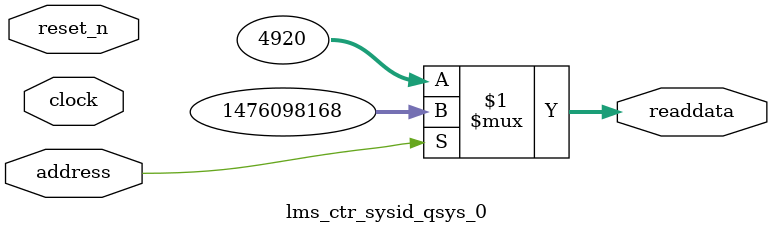
<source format=v>



// synthesis translate_off
`timescale 1ns / 1ps
// synthesis translate_on

// turn off superfluous verilog processor warnings 
// altera message_level Level1 
// altera message_off 10034 10035 10036 10037 10230 10240 10030 

module lms_ctr_sysid_qsys_0 (
               // inputs:
                address,
                clock,
                reset_n,

               // outputs:
                readdata
             )
;

  output  [ 31: 0] readdata;
  input            address;
  input            clock;
  input            reset_n;

  wire    [ 31: 0] readdata;
  //control_slave, which is an e_avalon_slave
  assign readdata = address ? 1476098168 : 4920;

endmodule




</source>
